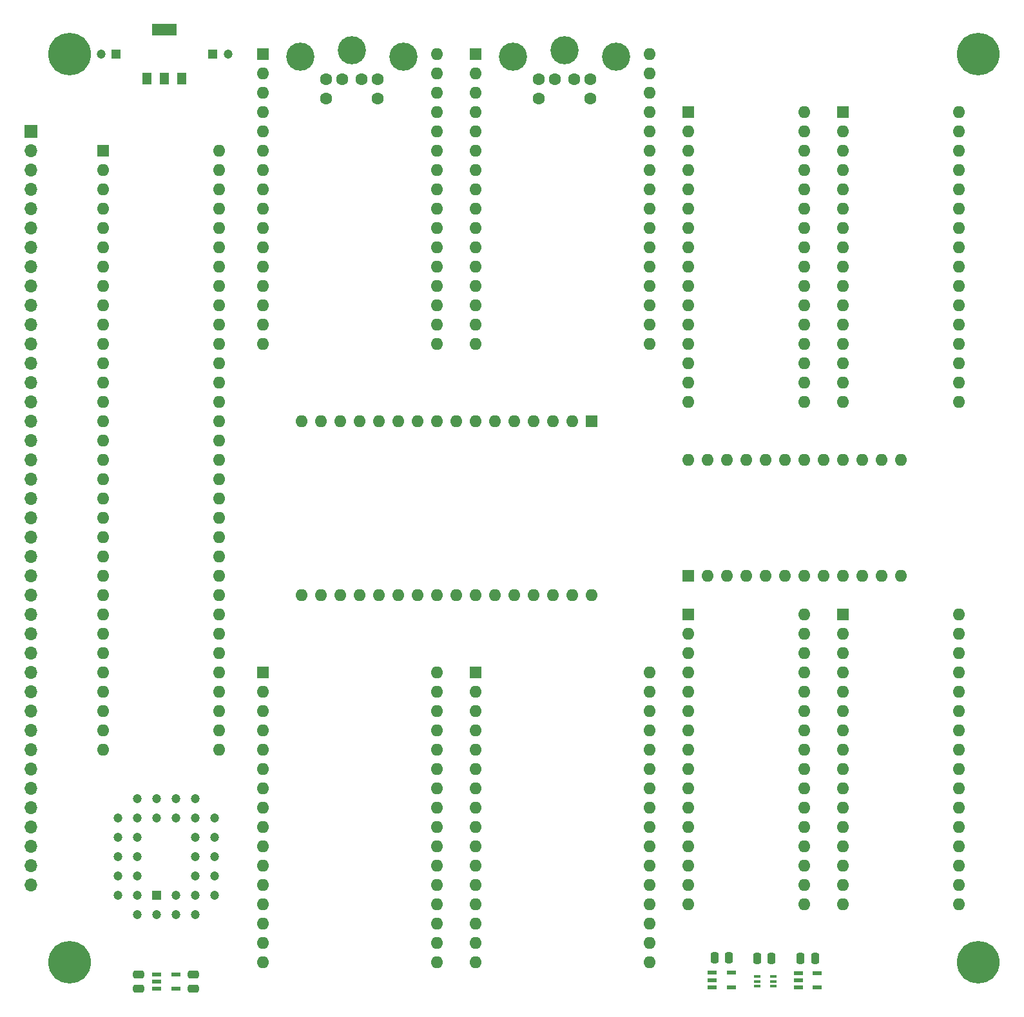
<source format=gbr>
%TF.GenerationSoftware,KiCad,Pcbnew,7.0.5*%
%TF.CreationDate,2023-12-17T20:27:19+02:00*%
%TF.ProjectId,PS2 Board,50533220-426f-4617-9264-2e6b69636164,rev?*%
%TF.SameCoordinates,Original*%
%TF.FileFunction,Soldermask,Top*%
%TF.FilePolarity,Negative*%
%FSLAX46Y46*%
G04 Gerber Fmt 4.6, Leading zero omitted, Abs format (unit mm)*
G04 Created by KiCad (PCBNEW 7.0.5) date 2023-12-17 20:27:19*
%MOMM*%
%LPD*%
G01*
G04 APERTURE LIST*
G04 Aperture macros list*
%AMRoundRect*
0 Rectangle with rounded corners*
0 $1 Rounding radius*
0 $2 $3 $4 $5 $6 $7 $8 $9 X,Y pos of 4 corners*
0 Add a 4 corners polygon primitive as box body*
4,1,4,$2,$3,$4,$5,$6,$7,$8,$9,$2,$3,0*
0 Add four circle primitives for the rounded corners*
1,1,$1+$1,$2,$3*
1,1,$1+$1,$4,$5*
1,1,$1+$1,$6,$7*
1,1,$1+$1,$8,$9*
0 Add four rect primitives between the rounded corners*
20,1,$1+$1,$2,$3,$4,$5,0*
20,1,$1+$1,$4,$5,$6,$7,0*
20,1,$1+$1,$6,$7,$8,$9,0*
20,1,$1+$1,$8,$9,$2,$3,0*%
G04 Aperture macros list end*
%ADD10R,0.875000X0.450000*%
%ADD11R,1.250000X0.600000*%
%ADD12R,1.200000X1.500000*%
%ADD13R,3.300000X1.500000*%
%ADD14R,1.150000X0.600000*%
%ADD15R,1.200000X1.200000*%
%ADD16C,1.200000*%
%ADD17RoundRect,0.250000X0.250000X0.475000X-0.250000X0.475000X-0.250000X-0.475000X0.250000X-0.475000X0*%
%ADD18RoundRect,0.250000X0.475000X-0.250000X0.475000X0.250000X-0.475000X0.250000X-0.475000X-0.250000X0*%
%ADD19R,1.600000X1.600000*%
%ADD20O,1.600000X1.600000*%
%ADD21C,5.600000*%
%ADD22C,3.700000*%
%ADD23C,1.600000*%
%ADD24R,1.700000X1.700000*%
%ADD25O,1.700000X1.700000*%
G04 APERTURE END LIST*
D10*
%TO.C,IC6*%
X146258000Y-159370000D03*
X146258000Y-160020000D03*
X146258000Y-160670000D03*
X148382000Y-160670000D03*
X148382000Y-160020000D03*
X148382000Y-159370000D03*
%TD*%
D11*
%TO.C,IC5*%
X140345000Y-158882000D03*
X140345000Y-159832000D03*
X140345000Y-160782000D03*
X142845000Y-160782000D03*
X142845000Y-158882000D03*
%TD*%
%TO.C,IC4*%
X151638000Y-158943000D03*
X151638000Y-159893000D03*
X151638000Y-160843000D03*
X154138000Y-160843000D03*
X154138000Y-158943000D03*
%TD*%
D12*
%TO.C,IC3*%
X66058000Y-41300000D03*
X68358000Y-41300000D03*
X70658000Y-41300000D03*
D13*
X68358000Y-34900000D03*
%TD*%
D14*
%TO.C,IC2*%
X67280000Y-159070000D03*
X67280000Y-160020000D03*
X67280000Y-160970000D03*
X69880000Y-160970000D03*
X69880000Y-159070000D03*
%TD*%
D15*
%TO.C,IC1*%
X67310000Y-148717000D03*
D16*
X69850000Y-151257000D03*
X69850000Y-148717000D03*
X72390000Y-151257000D03*
X74930000Y-148717000D03*
X72390000Y-148717000D03*
X74930000Y-146177000D03*
X72390000Y-146177000D03*
X74930000Y-143637000D03*
X72390000Y-143637000D03*
X74930000Y-141097000D03*
X72390000Y-141097000D03*
X74930000Y-138557000D03*
X72390000Y-136017000D03*
X72390000Y-138557000D03*
X69850000Y-136017000D03*
X69850000Y-138557000D03*
X67310000Y-136017000D03*
X67310000Y-138557000D03*
X64770000Y-136017000D03*
X62230000Y-138557000D03*
X64770000Y-138557000D03*
X62230000Y-141097000D03*
X64770000Y-141097000D03*
X62230000Y-143637000D03*
X64770000Y-143637000D03*
X62230000Y-146177000D03*
X64770000Y-146177000D03*
X62230000Y-148717000D03*
X64770000Y-151257000D03*
X64770000Y-148717000D03*
X67310000Y-151257000D03*
%TD*%
D17*
%TO.C,C7*%
X151942000Y-156972000D03*
X153842000Y-156972000D03*
%TD*%
D18*
%TO.C,C1*%
X64927000Y-161015000D03*
X64927000Y-159115000D03*
%TD*%
D19*
%TO.C,B4*%
X137160000Y-106680000D03*
D20*
X139700000Y-106680000D03*
X142240000Y-106680000D03*
X144780000Y-106680000D03*
X147320000Y-106680000D03*
X149860000Y-106680000D03*
X152400000Y-106680000D03*
X154940000Y-106680000D03*
X157480000Y-106680000D03*
X160020000Y-106680000D03*
X162560000Y-106680000D03*
X165100000Y-106680000D03*
X165100000Y-91440000D03*
X162560000Y-91440000D03*
X160020000Y-91440000D03*
X157480000Y-91440000D03*
X154940000Y-91440000D03*
X152400000Y-91440000D03*
X149860000Y-91440000D03*
X147320000Y-91440000D03*
X144780000Y-91440000D03*
X142240000Y-91440000D03*
X139700000Y-91440000D03*
X137160000Y-91440000D03*
%TD*%
D19*
%TO.C,B11*%
X137160000Y-111760000D03*
D20*
X137160000Y-114300000D03*
X137160000Y-116840000D03*
X137160000Y-119380000D03*
X137160000Y-121920000D03*
X137160000Y-124460000D03*
X137160000Y-127000000D03*
X137160000Y-129540000D03*
X137160000Y-132080000D03*
X137160000Y-134620000D03*
X137160000Y-137160000D03*
X137160000Y-139700000D03*
X137160000Y-142240000D03*
X137160000Y-144780000D03*
X137160000Y-147320000D03*
X137160000Y-149860000D03*
X152400000Y-149860000D03*
X152400000Y-147320000D03*
X152400000Y-144780000D03*
X152400000Y-142240000D03*
X152400000Y-139700000D03*
X152400000Y-137160000D03*
X152400000Y-134620000D03*
X152400000Y-132080000D03*
X152400000Y-129540000D03*
X152400000Y-127000000D03*
X152400000Y-124460000D03*
X152400000Y-121920000D03*
X152400000Y-119380000D03*
X152400000Y-116840000D03*
X152400000Y-114300000D03*
X152400000Y-111760000D03*
%TD*%
D21*
%TO.C,H3*%
X175260000Y-157480000D03*
%TD*%
%TO.C,H2*%
X55880000Y-157480000D03*
%TD*%
D15*
%TO.C,C4*%
X74708000Y-38100000D03*
D16*
X76708000Y-38100000D03*
%TD*%
D19*
%TO.C,B1*%
X137160000Y-45720000D03*
D20*
X137160000Y-48260000D03*
X137160000Y-50800000D03*
X137160000Y-53340000D03*
X137160000Y-55880000D03*
X137160000Y-58420000D03*
X137160000Y-60960000D03*
X137160000Y-63500000D03*
X137160000Y-66040000D03*
X137160000Y-68580000D03*
X137160000Y-71120000D03*
X137160000Y-73660000D03*
X137160000Y-76200000D03*
X137160000Y-78740000D03*
X137160000Y-81280000D03*
X137160000Y-83820000D03*
X152400000Y-83820000D03*
X152400000Y-81280000D03*
X152400000Y-78740000D03*
X152400000Y-76200000D03*
X152400000Y-73660000D03*
X152400000Y-71120000D03*
X152400000Y-68580000D03*
X152400000Y-66040000D03*
X152400000Y-63500000D03*
X152400000Y-60960000D03*
X152400000Y-58420000D03*
X152400000Y-55880000D03*
X152400000Y-53340000D03*
X152400000Y-50800000D03*
X152400000Y-48260000D03*
X152400000Y-45720000D03*
%TD*%
D17*
%TO.C,C5*%
X148107000Y-156972000D03*
X146207000Y-156972000D03*
%TD*%
D18*
%TO.C,C2*%
X72166000Y-161015000D03*
X72166000Y-159115000D03*
%TD*%
D19*
%TO.C,B5*%
X157480000Y-45720000D03*
D20*
X157480000Y-48260000D03*
X157480000Y-50800000D03*
X157480000Y-53340000D03*
X157480000Y-55880000D03*
X157480000Y-58420000D03*
X157480000Y-60960000D03*
X157480000Y-63500000D03*
X157480000Y-66040000D03*
X157480000Y-68580000D03*
X157480000Y-71120000D03*
X157480000Y-73660000D03*
X157480000Y-76200000D03*
X157480000Y-78740000D03*
X157480000Y-81280000D03*
X157480000Y-83820000D03*
X172720000Y-83820000D03*
X172720000Y-81280000D03*
X172720000Y-78740000D03*
X172720000Y-76200000D03*
X172720000Y-73660000D03*
X172720000Y-71120000D03*
X172720000Y-68580000D03*
X172720000Y-66040000D03*
X172720000Y-63500000D03*
X172720000Y-60960000D03*
X172720000Y-58420000D03*
X172720000Y-55880000D03*
X172720000Y-53340000D03*
X172720000Y-50800000D03*
X172720000Y-48260000D03*
X172720000Y-45720000D03*
%TD*%
D15*
%TO.C,C3*%
X62008000Y-38100000D03*
D16*
X60008000Y-38100000D03*
%TD*%
D22*
%TO.C,B7*%
X86214000Y-38442800D03*
D23*
X89564000Y-41442800D03*
X89564000Y-43942800D03*
X91664000Y-41442800D03*
D22*
X92964000Y-37642800D03*
D23*
X94264000Y-41442800D03*
X96364000Y-41442800D03*
X96364000Y-43942800D03*
D22*
X99714000Y-38442800D03*
D19*
X81280000Y-38100000D03*
D20*
X81280000Y-40640000D03*
X81280000Y-43180000D03*
X81280000Y-45720000D03*
X81280000Y-48260000D03*
X81280000Y-50800000D03*
X81280000Y-53340000D03*
X81280000Y-55880000D03*
X81280000Y-58420000D03*
X81280000Y-60960000D03*
X81280000Y-63500000D03*
X81280000Y-66040000D03*
X81280000Y-68580000D03*
X81280000Y-71120000D03*
X81280000Y-73660000D03*
X81280000Y-76200000D03*
X104140000Y-76200000D03*
X104140000Y-73660000D03*
X104140000Y-71120000D03*
X104140000Y-68580000D03*
X104140000Y-66040000D03*
X104140000Y-63500000D03*
X104140000Y-60960000D03*
X104140000Y-58420000D03*
X104140000Y-55880000D03*
X104140000Y-53340000D03*
X104140000Y-50800000D03*
X104140000Y-48260000D03*
X104140000Y-45720000D03*
X104140000Y-43180000D03*
X104140000Y-40640000D03*
X104140000Y-38100000D03*
%TD*%
D19*
%TO.C,B3*%
X81280000Y-119380000D03*
D20*
X81280000Y-121920000D03*
X81280000Y-124460000D03*
X81280000Y-127000000D03*
X81280000Y-129540000D03*
X81280000Y-132080000D03*
X81280000Y-134620000D03*
X81280000Y-137160000D03*
X81280000Y-139700000D03*
X81280000Y-142240000D03*
X81280000Y-144780000D03*
X81280000Y-147320000D03*
X81280000Y-149860000D03*
X81280000Y-152400000D03*
X81280000Y-154940000D03*
X81280000Y-157480000D03*
X104140000Y-157480000D03*
X104140000Y-154940000D03*
X104140000Y-152400000D03*
X104140000Y-149860000D03*
X104140000Y-147320000D03*
X104140000Y-144780000D03*
X104140000Y-142240000D03*
X104140000Y-139700000D03*
X104140000Y-137160000D03*
X104140000Y-134620000D03*
X104140000Y-132080000D03*
X104140000Y-129540000D03*
X104140000Y-127000000D03*
X104140000Y-124460000D03*
X104140000Y-121920000D03*
X104140000Y-119380000D03*
%TD*%
D19*
%TO.C,B6*%
X60325000Y-50800000D03*
D20*
X60325000Y-53340000D03*
X60325000Y-55880000D03*
X60325000Y-58420000D03*
X60325000Y-60960000D03*
X60325000Y-63500000D03*
X60325000Y-66040000D03*
X60325000Y-68580000D03*
X60325000Y-71120000D03*
X60325000Y-73660000D03*
X60325000Y-76200000D03*
X60325000Y-78740000D03*
X60325000Y-81280000D03*
X60325000Y-83820000D03*
X60325000Y-86360000D03*
X60325000Y-88900000D03*
X60325000Y-91440000D03*
X60325000Y-93980000D03*
X60325000Y-96520000D03*
X60325000Y-99060000D03*
X60325000Y-101600000D03*
X60325000Y-104140000D03*
X60325000Y-106680000D03*
X60325000Y-109220000D03*
X60325000Y-111760000D03*
X60325000Y-114300000D03*
X60325000Y-116840000D03*
X60325000Y-119380000D03*
X60325000Y-121920000D03*
X60325000Y-124460000D03*
X60325000Y-127000000D03*
X60325000Y-129540000D03*
X75565000Y-129540000D03*
X75565000Y-127000000D03*
X75565000Y-124460000D03*
X75565000Y-121920000D03*
X75565000Y-119380000D03*
X75565000Y-116840000D03*
X75565000Y-114300000D03*
X75565000Y-111760000D03*
X75565000Y-109220000D03*
X75565000Y-106680000D03*
X75565000Y-104140000D03*
X75565000Y-101600000D03*
X75565000Y-99060000D03*
X75565000Y-96520000D03*
X75565000Y-93980000D03*
X75565000Y-91440000D03*
X75565000Y-88900000D03*
X75565000Y-86360000D03*
X75565000Y-83820000D03*
X75565000Y-81280000D03*
X75565000Y-78740000D03*
X75565000Y-76200000D03*
X75565000Y-73660000D03*
X75565000Y-71120000D03*
X75565000Y-68580000D03*
X75565000Y-66040000D03*
X75565000Y-63500000D03*
X75565000Y-60960000D03*
X75565000Y-58420000D03*
X75565000Y-55880000D03*
X75565000Y-53340000D03*
X75565000Y-50800000D03*
%TD*%
D17*
%TO.C,C6*%
X142529000Y-156911000D03*
X140629000Y-156911000D03*
%TD*%
D22*
%TO.C,B2*%
X114154000Y-38442800D03*
D23*
X117504000Y-41442800D03*
X117504000Y-43942800D03*
X119604000Y-41442800D03*
D22*
X120904000Y-37642800D03*
D23*
X122204000Y-41442800D03*
X124304000Y-41442800D03*
X124304000Y-43942800D03*
D22*
X127654000Y-38442800D03*
D19*
X109220000Y-38100000D03*
D20*
X109220000Y-40640000D03*
X109220000Y-43180000D03*
X109220000Y-45720000D03*
X109220000Y-48260000D03*
X109220000Y-50800000D03*
X109220000Y-53340000D03*
X109220000Y-55880000D03*
X109220000Y-58420000D03*
X109220000Y-60960000D03*
X109220000Y-63500000D03*
X109220000Y-66040000D03*
X109220000Y-68580000D03*
X109220000Y-71120000D03*
X109220000Y-73660000D03*
X109220000Y-76200000D03*
X132080000Y-76200000D03*
X132080000Y-73660000D03*
X132080000Y-71120000D03*
X132080000Y-68580000D03*
X132080000Y-66040000D03*
X132080000Y-63500000D03*
X132080000Y-60960000D03*
X132080000Y-58420000D03*
X132080000Y-55880000D03*
X132080000Y-53340000D03*
X132080000Y-50800000D03*
X132080000Y-48260000D03*
X132080000Y-45720000D03*
X132080000Y-43180000D03*
X132080000Y-40640000D03*
X132080000Y-38100000D03*
%TD*%
D21*
%TO.C,H4*%
X175260000Y-38100000D03*
%TD*%
D19*
%TO.C,B12*%
X157480000Y-111760000D03*
D20*
X157480000Y-114300000D03*
X157480000Y-116840000D03*
X157480000Y-119380000D03*
X157480000Y-121920000D03*
X157480000Y-124460000D03*
X157480000Y-127000000D03*
X157480000Y-129540000D03*
X157480000Y-132080000D03*
X157480000Y-134620000D03*
X157480000Y-137160000D03*
X157480000Y-139700000D03*
X157480000Y-142240000D03*
X157480000Y-144780000D03*
X157480000Y-147320000D03*
X157480000Y-149860000D03*
X172720000Y-149860000D03*
X172720000Y-147320000D03*
X172720000Y-144780000D03*
X172720000Y-142240000D03*
X172720000Y-139700000D03*
X172720000Y-137160000D03*
X172720000Y-134620000D03*
X172720000Y-132080000D03*
X172720000Y-129540000D03*
X172720000Y-127000000D03*
X172720000Y-124460000D03*
X172720000Y-121920000D03*
X172720000Y-119380000D03*
X172720000Y-116840000D03*
X172720000Y-114300000D03*
X172720000Y-111760000D03*
%TD*%
D19*
%TO.C,B9*%
X124460000Y-86360000D03*
D20*
X121920000Y-86360000D03*
X119380000Y-86360000D03*
X116840000Y-86360000D03*
X114300000Y-86360000D03*
X111760000Y-86360000D03*
X109220000Y-86360000D03*
X106680000Y-86360000D03*
X104140000Y-86360000D03*
X101600000Y-86360000D03*
X99060000Y-86360000D03*
X96520000Y-86360000D03*
X93980000Y-86360000D03*
X91440000Y-86360000D03*
X88900000Y-86360000D03*
X86360000Y-86360000D03*
X86360000Y-109220000D03*
X88900000Y-109220000D03*
X91440000Y-109220000D03*
X93980000Y-109220000D03*
X96520000Y-109220000D03*
X99060000Y-109220000D03*
X101600000Y-109220000D03*
X104140000Y-109220000D03*
X106680000Y-109220000D03*
X109220000Y-109220000D03*
X111760000Y-109220000D03*
X114300000Y-109220000D03*
X116840000Y-109220000D03*
X119380000Y-109220000D03*
X121920000Y-109220000D03*
X124460000Y-109220000D03*
%TD*%
D21*
%TO.C,H1*%
X55880000Y-38100000D03*
%TD*%
D19*
%TO.C,B8*%
X109220000Y-119380000D03*
D20*
X109220000Y-121920000D03*
X109220000Y-124460000D03*
X109220000Y-127000000D03*
X109220000Y-129540000D03*
X109220000Y-132080000D03*
X109220000Y-134620000D03*
X109220000Y-137160000D03*
X109220000Y-139700000D03*
X109220000Y-142240000D03*
X109220000Y-144780000D03*
X109220000Y-147320000D03*
X109220000Y-149860000D03*
X109220000Y-152400000D03*
X109220000Y-154940000D03*
X109220000Y-157480000D03*
X132080000Y-157480000D03*
X132080000Y-154940000D03*
X132080000Y-152400000D03*
X132080000Y-149860000D03*
X132080000Y-147320000D03*
X132080000Y-144780000D03*
X132080000Y-142240000D03*
X132080000Y-139700000D03*
X132080000Y-137160000D03*
X132080000Y-134620000D03*
X132080000Y-132080000D03*
X132080000Y-129540000D03*
X132080000Y-127000000D03*
X132080000Y-124460000D03*
X132080000Y-121920000D03*
X132080000Y-119380000D03*
%TD*%
D24*
%TO.C,J1*%
X50800000Y-48260000D03*
D25*
X50800000Y-50800000D03*
X50800000Y-53340000D03*
X50800000Y-55880000D03*
X50800000Y-58420000D03*
X50800000Y-60960000D03*
X50800000Y-63500000D03*
X50800000Y-66040000D03*
X50800000Y-68580000D03*
X50800000Y-71120000D03*
X50800000Y-73660000D03*
X50800000Y-76200000D03*
X50800000Y-78740000D03*
X50800000Y-81280000D03*
X50800000Y-83820000D03*
X50800000Y-86360000D03*
X50800000Y-88900000D03*
X50800000Y-91440000D03*
X50800000Y-93980000D03*
X50800000Y-96520000D03*
X50800000Y-99060000D03*
X50800000Y-101600000D03*
X50800000Y-104140000D03*
X50800000Y-106680000D03*
X50800000Y-109220000D03*
X50800000Y-111760000D03*
X50800000Y-114300000D03*
X50800000Y-116840000D03*
X50800000Y-119380000D03*
X50800000Y-121920000D03*
X50800000Y-124460000D03*
X50800000Y-127000000D03*
X50800000Y-129540000D03*
X50800000Y-132080000D03*
X50800000Y-134620000D03*
X50800000Y-137160000D03*
X50800000Y-139700000D03*
X50800000Y-142240000D03*
X50800000Y-144780000D03*
X50800000Y-147320000D03*
%TD*%
M02*

</source>
